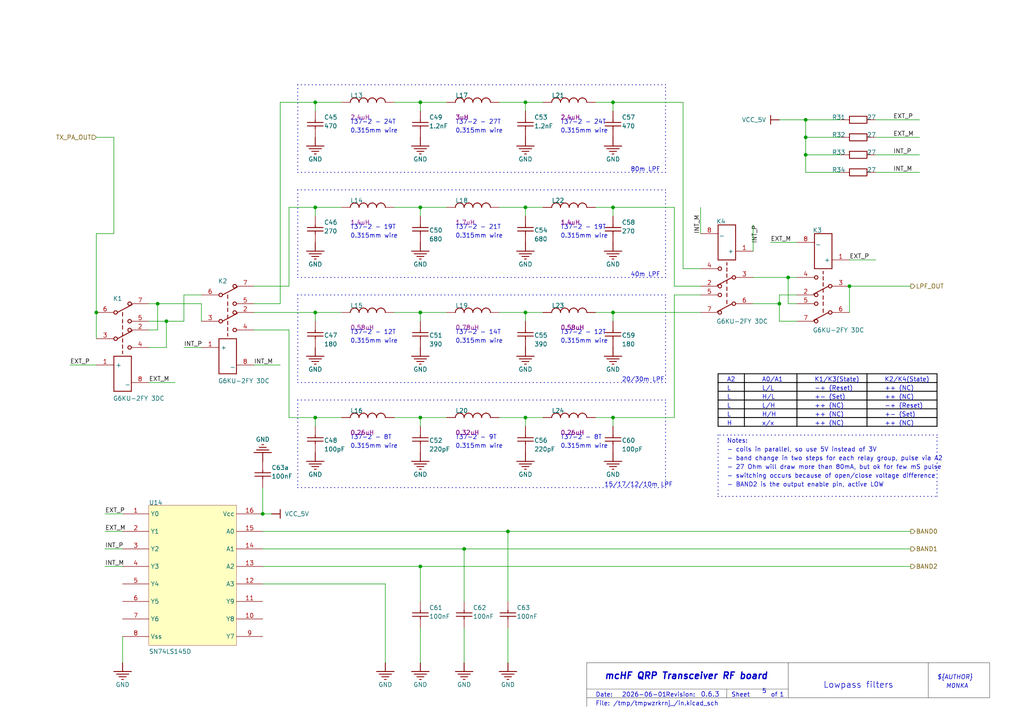
<source format=kicad_sch>
(kicad_sch (version 20231120) (generator "eeschema") (generator_version "8.0")
  (paper "A4")
  (title_block (title "mcHF QRP Transceiver RF board") (rev "0.6.3") (company "M0NKA"))
  (lib_symbols
    (symbol "rf_main-altium-import:GND_POWER_GROUND" (power)
      (property "Reference" "#PWR" (at 0 0 0))
      (property "Value" "GND" (at 0 6.35 0))
      (symbol "GND_POWER_GROUND_0_0"
        (polyline (pts (xy -2.54 -2.54) (xy 2.54 -2.54)) (stroke (width 0.254)))
        (polyline (pts (xy -1.778 -3.302) (xy 1.778 -3.302)) (stroke (width 0.254)))
        (polyline (pts (xy -1.016 -4.064) (xy 1.016 -4.064)) (stroke (width 0.254)))
        (polyline (pts (xy -0.254 -4.826) (xy 0.254 -4.826)) (stroke (width 0.254)))
        (polyline (pts (xy 0 0) (xy 0 -2.54)) (stroke (width 0.254)))
        (pin power_in line (at 0 0 0) (length 0) hide (name "GND") (number ""))
      )
    )
    (symbol "rf_main-altium-import:Lowpass filters_0_CAP"
      (symbol "Lowpass filters_0_CAP_1_0"
        (polyline (pts (xy 0.254 -1.778) (xy 4.826 -1.778)) (stroke (width 0.254)))
        (polyline (pts (xy 0.254 -0.762) (xy 4.826 -0.762)) (stroke (width 0.254)))
        (polyline (pts (xy 2.54 -1.778) (xy 2.54 -2.54)) (stroke (width 0.254)))
        (polyline (pts (xy 2.54 0) (xy 2.54 -0.762)) (stroke (width 0.254)))
        (pin passive line (at 2.54 2.54 270) (length 2.54) (name "1") (number "1"))
        (pin passive line (at 2.54 -5.08 90) (length 2.54) (name "2") (number "2"))
      )
    )
    (symbol "rf_main-altium-import:Lowpass filters_0_G6KU-2FY 3DC"
      (symbol "Lowpass filters_0_G6KU-2FY 3DC_1_0"
        (polyline (pts (xy 0 -25.4) (xy 5.08 -25.4)) (stroke (width 0.254)))
        (polyline (pts (xy 0 -15.24) (xy 0 -25.4)) (stroke (width 0.254)))
        (polyline (pts (xy 0 -15.24) (xy 5.08 -15.24)) (stroke (width 0.254)))
        (polyline (pts (xy 1.016 -10.16) (xy 5.334 -7.874)) (stroke (width 0.254)))
        (polyline (pts (xy 1.016 -2.54) (xy 5.334 -0.254)) (stroke (width 0.254)))
        (polyline (pts (xy 2.54 -13.716) (xy 2.54 -14.478)) (stroke (width 0.254)))
        (polyline (pts (xy 2.54 -11.938) (xy 2.54 -12.954)) (stroke (width 0.254)))
        (polyline (pts (xy 2.54 -10.16) (xy 2.54 -11.176)) (stroke (width 0.254)))
        (polyline (pts (xy 2.54 -8.382) (xy 2.54 -9.398)) (stroke (width 0.254)))
        (polyline (pts (xy 2.54 -6.35) (xy 2.54 -7.366)) (stroke (width 0.254)))
        (polyline (pts (xy 2.54 -4.572) (xy 2.54 -5.588)) (stroke (width 0.254)))
        (polyline (pts (xy 2.54 -2.54) (xy 2.54 -3.556)) (stroke (width 0.254)))
        (polyline (pts (xy 5.08 -15.24) (xy 5.08 -25.4)) (stroke (width 0.254)))
        (circle (center 0.508 -10.16) (radius 0.508) (stroke (width 0.254)))
        (circle (center 0.508 -2.54) (radius 0.508) (stroke (width 0.254)))
        (circle (center 4.572 -12.7) (radius 0.508) (stroke (width 0.254)))
        (circle (center 4.572 -7.62) (radius 0.508) (stroke (width 0.254)))
        (circle (center 4.572 -5.08) (radius 0.508) (stroke (width 0.254)))
        (circle (center 4.572 0) (radius 0.508) (stroke (width 0.254)))
        (pin passive line (at -5.08 -17.78 0) (length 5.08) (name "+") (number "1"))
        (pin passive line (at 10.16 -7.62 180) (length 5.08) (name "2") (number "2"))
        (pin passive line (at -5.08 -10.16 0) (length 5.08) (name "3") (number "3"))
        (pin passive line (at 10.16 -12.7 180) (length 5.08) (name "4") (number "4"))
        (pin passive line (at 10.16 -5.08 180) (length 5.08) (name "5") (number "5"))
        (pin passive line (at -5.08 -2.54 0) (length 5.08) (name "6") (number "6"))
        (pin passive line (at 10.16 0 180) (length 5.08) (name "7") (number "7"))
        (pin passive line (at 10.16 -22.86 180) (length 5.08) (name "_") (number "8"))
      )
    )
    (symbol "rf_main-altium-import:Lowpass filters_0_LPF_IND"
      (symbol "Lowpass filters_0_LPF_IND_1_0"
        (arc (start 1.27 -1.27) (mid 0.372 -1.642) (end 0 -2.54) (stroke (width 0.254)))
        (arc (start 2.54 -2.54) (mid 2.168 -1.642) (end 1.27 -1.27) (stroke (width 0.254)))
        (arc (start 3.81 -1.27) (mid 2.912 -1.642) (end 2.54 -2.54) (stroke (width 0.254)))
        (arc (start 5.08 -2.54) (mid 4.708 -1.642) (end 3.81 -1.27) (stroke (width 0.254)))
        (arc (start 6.35 -1.27) (mid 5.452 -1.642) (end 5.08 -2.54) (stroke (width 0.254)))
        (arc (start 7.62 -2.54) (mid 7.248 -1.642) (end 6.35 -1.27) (stroke (width 0.254)))
        (arc (start 8.89 -1.27) (mid 7.992 -1.642) (end 7.62 -2.54) (stroke (width 0.254)))
        (arc (start 10.16 -2.54) (mid 9.788 -1.642) (end 8.89 -1.27) (stroke (width 0.254)))
        (pin passive line (at -2.54 -2.54 0) (length 2.54) (name "1") (number "1"))
        (pin passive line (at 12.7 -2.54 180) (length 2.54) (name "2") (number "2"))
      )
    )
    (symbol "rf_main-altium-import:Lowpass filters_0_SN74LS145D"
      (symbol "Lowpass filters_0_SN74LS145D_1_0"
        (rectangle (start 12.7 17.78) (end -12.7 -22.86) (stroke (width 0.0254) (color 128 0 0 1)) (fill (type background)))
        (pin output line (at -20.32 15.24 0) (length 7.62) (name "Y0") (number "1"))
        (pin output line (at 20.32 -15.24 180) (length 7.62) (name "Y8") (number "10"))
        (pin output line (at 20.32 -10.16 180) (length 7.62) (name "Y9") (number "11"))
        (pin input line (at 20.32 -5.08 180) (length 7.62) (name "A3") (number "12"))
        (pin input line (at 20.32 0 180) (length 7.62) (name "A2") (number "13"))
        (pin input line (at 20.32 5.08 180) (length 7.62) (name "A1") (number "14"))
        (pin input line (at 20.32 10.16 180) (length 7.62) (name "A0") (number "15"))
        (pin power_in line (at 20.32 15.24 180) (length 7.62) (name "Vcc") (number "16"))
        (pin output line (at -20.32 10.16 0) (length 7.62) (name "Y1") (number "2"))
        (pin output line (at -20.32 5.08 0) (length 7.62) (name "Y2") (number "3"))
        (pin output line (at -20.32 0 0) (length 7.62) (name "Y3") (number "4"))
        (pin output line (at -20.32 -5.08 0) (length 7.62) (name "Y4") (number "5"))
        (pin output line (at -20.32 -10.16 0) (length 7.62) (name "Y5") (number "6"))
        (pin output line (at -20.32 -15.24 0) (length 7.62) (name "Y6") (number "7"))
        (pin power_in line (at -20.32 -20.32 0) (length 7.62) (name "Vss") (number "8"))
        (pin output line (at 20.32 -20.32 180) (length 7.62) (name "Y7") (number "9"))
      )
    )
    (symbol "rf_main-altium-import:Lowpass filters_2_CAP"
      (symbol "Lowpass filters_2_CAP_1_0"
        (polyline (pts (xy -2.54 0) (xy -2.54 0.762)) (stroke (width 0.254)))
        (polyline (pts (xy -2.54 1.778) (xy -2.54 2.54)) (stroke (width 0.254)))
        (polyline (pts (xy -0.254 0.762) (xy -4.826 0.762)) (stroke (width 0.254)))
        (polyline (pts (xy -0.254 1.778) (xy -4.826 1.778)) (stroke (width 0.254)))
        (pin passive line (at -2.54 -2.54 90) (length 2.54) (name "1") (number "1"))
        (pin passive line (at -2.54 5.08 270) (length 2.54) (name "2") (number "2"))
      )
    )
    (symbol "rf_main-altium-import:Lowpass filters_2_G6KU-2FY 3DC"
      (symbol "Lowpass filters_2_G6KU-2FY 3DC_1_0"
        (circle (center -4.572 0) (radius 0.508) (stroke (width 0.254)))
        (circle (center -4.572 5.08) (radius 0.508) (stroke (width 0.254)))
        (circle (center -4.572 7.62) (radius 0.508) (stroke (width 0.254)))
        (circle (center -4.572 12.7) (radius 0.508) (stroke (width 0.254)))
        (circle (center -0.508 2.54) (radius 0.508) (stroke (width 0.254)))
        (circle (center -0.508 10.16) (radius 0.508) (stroke (width 0.254)))
        (polyline (pts (xy -5.08 15.24) (xy -5.08 25.4)) (stroke (width 0.254)))
        (polyline (pts (xy -2.54 2.54) (xy -2.54 3.556)) (stroke (width 0.254)))
        (polyline (pts (xy -2.54 4.572) (xy -2.54 5.588)) (stroke (width 0.254)))
        (polyline (pts (xy -2.54 6.35) (xy -2.54 7.366)) (stroke (width 0.254)))
        (polyline (pts (xy -2.54 8.382) (xy -2.54 9.398)) (stroke (width 0.254)))
        (polyline (pts (xy -2.54 10.16) (xy -2.54 11.176)) (stroke (width 0.254)))
        (polyline (pts (xy -2.54 11.938) (xy -2.54 12.954)) (stroke (width 0.254)))
        (polyline (pts (xy -2.54 13.716) (xy -2.54 14.478)) (stroke (width 0.254)))
        (polyline (pts (xy -1.016 2.54) (xy -5.334 0.254)) (stroke (width 0.254)))
        (polyline (pts (xy -1.016 10.16) (xy -5.334 7.874)) (stroke (width 0.254)))
        (polyline (pts (xy 0 15.24) (xy -5.08 15.24)) (stroke (width 0.254)))
        (polyline (pts (xy 0 15.24) (xy 0 25.4)) (stroke (width 0.254)))
        (polyline (pts (xy 0 25.4) (xy -5.08 25.4)) (stroke (width 0.254)))
        (pin passive line (at 5.08 17.78 180) (length 5.08) (name "+") (number "1"))
        (pin passive line (at -10.16 7.62 0) (length 5.08) (name "2") (number "2"))
        (pin passive line (at 5.08 10.16 180) (length 5.08) (name "3") (number "3"))
        (pin passive line (at -10.16 12.7 0) (length 5.08) (name "4") (number "4"))
        (pin passive line (at -10.16 5.08 0) (length 5.08) (name "5") (number "5"))
        (pin passive line (at 5.08 2.54 180) (length 5.08) (name "6") (number "6"))
        (pin passive line (at -10.16 0 0) (length 5.08) (name "7") (number "7"))
        (pin passive line (at -10.16 22.86 0) (length 5.08) (name "_") (number "8"))
      )
    )
    (symbol "rf_main-altium-import:Lowpass filters_2_RES_0"
      (symbol "Lowpass filters_2_RES_0_1_0"
        (rectangle (start 0 3.556) (end -5.08 1.524) (stroke (width 0.254)))
        (pin passive line (at 2.54 2.54 180) (length 2.54) (name "1") (number "1"))
        (pin passive line (at -7.62 2.54 0) (length 2.54) (name "2") (number "2"))
      )
    )
    (symbol "rf_main-altium-import:VCC_5V_BAR" (power)
      (property "Reference" "#PWR" (at 0 0 0))
      (property "Value" "VCC_5V" (at 0 3.81 0))
      (symbol "VCC_5V_BAR_0_0"
        (polyline (pts (xy -1.27 -2.54) (xy 1.27 -2.54)) (stroke (width 0.254)))
        (polyline (pts (xy 0 0) (xy 0 -2.54)) (stroke (width 0.254)))
        (pin power_in line (at 0 0 0) (length 0) hide (name "VCC_5V") (number ""))
      )
    )
  )
  (junction (at 91.44 121.1072))
  (junction (at 121.92 60.1472))
  (junction (at 91.44 29.6672))
  (junction (at 121.92 121.1072))
  (junction (at 177.8 90.6272))
  (junction (at 45.72 88.0872))
  (junction (at 233.68 39.8272))
  (junction (at 134.62 159.2072))
  (junction (at 76.2 149.0472))
  (junction (at 152.4 29.6672))
  (junction (at 246.38 83.0072))
  (junction (at 48.26 93.1672))
  (junction (at 121.92 29.6672))
  (junction (at 177.8 121.1072))
  (junction (at 91.44 60.1472))
  (junction (at 121.92 164.2872))
  (junction (at 147.32 154.1272))
  (junction (at 152.4 60.1472))
  (junction (at 91.44 90.6272))
  (junction (at 226.06 88.0872))
  (junction (at 177.8 60.1472))
  (junction (at 177.8 29.6672))
  (junction (at 233.68 34.7472))
  (junction (at 121.92 90.6272))
  (junction (at 152.4 90.6272))
  (junction (at 228.6 80.4672))
  (junction (at 233.68 44.9072))
  (junction (at 152.4 121.1072))
  (junction (at 27.94 90.6272))
  (wire (pts (xy 233.68 44.9072) (xy 243.84 44.9072)))
  (wire (pts (xy 228.6 88.0872) (xy 231.14 88.0872)))
  (wire (pts (xy 172.72 29.6672) (xy 177.8 29.6672)))
  (wire (pts (xy 111.76 169.3672) (xy 111.76 192.2272)))
  (wire (pts (xy 203.2 83.0072) (xy 195.58 83.0072)))
  (wire (pts (xy 48.26 93.1672) (xy 53.34 93.1672)))
  (polyline (pts (xy 86.36 49.9872) (xy 193.04 49.9872)) (stroke (width 0.254) (type dot) (color 0 0 180 1)))
  (wire (pts (xy 76.2 154.1272) (xy 147.32 154.1272)))
  (wire (pts (xy 233.68 34.7472) (xy 233.68 39.8272)))
  (wire (pts (xy 73.66 105.8672) (xy 81.28 105.8672)))
  (wire (pts (xy 226.06 34.7472) (xy 233.68 34.7472)))
  (wire (pts (xy 58.42 88.0872) (xy 58.42 93.1672)))
  (polyline (pts (xy 208.28 143.9672) (xy 271.78 143.9672)) (stroke (width 0.254) (type dot) (color 0 0 180 1)))
  (polyline (pts (xy 251.46 108.4072) (xy 251.46 123.6472)) (stroke (width 0.254) (type solid) (color 0 0 0 1)))
  (wire (pts (xy 152.4 121.1072) (xy 152.4 123.6472)))
  (wire (pts (xy 121.92 192.2272) (xy 121.92 182.0672)))
  (wire (pts (xy 76.2 149.0472) (xy 76.2 141.4272)))
  (polyline (pts (xy 208.28 110.9472) (xy 271.78 110.9472)) (stroke (width 0.254) (type solid) (color 0 0 0 1)))
  (wire (pts (xy 233.68 39.8272) (xy 233.68 44.9072)))
  (wire (pts (xy 218.44 88.0872) (xy 226.06 88.0872)))
  (wire (pts (xy 91.44 29.6672) (xy 99.06 29.6672)))
  (wire (pts (xy 45.72 88.0872) (xy 58.42 88.0872)))
  (polyline (pts (xy 86.36 116.0272) (xy 86.36 141.4272)) (stroke (width 0.254) (type dot) (color 0 0 180 1)))
  (wire (pts (xy 121.92 60.1472) (xy 129.54 60.1472)))
  (wire (pts (xy 177.8 121.1072) (xy 177.8 123.6472)))
  (wire (pts (xy 195.58 85.5472) (xy 195.58 121.1072)))
  (polyline (pts (xy 208.28 126.1872) (xy 208.28 143.9672)) (stroke (width 0.254) (type dot) (color 0 0 180 1)))
  (wire (pts (xy 53.34 93.1672) (xy 53.34 85.5472)))
  (wire (pts (xy 246.38 83.0072) (xy 246.38 90.6272)))
  (polyline (pts (xy 208.28 118.5672) (xy 271.78 118.5672)) (stroke (width 0.254) (type solid) (color 0 0 0 1)))
  (wire (pts (xy 121.92 121.1072) (xy 129.54 121.1072)))
  (wire (pts (xy 73.66 90.6272) (xy 91.44 90.6272)))
  (wire (pts (xy 83.82 121.1072) (xy 91.44 121.1072)))
  (wire (pts (xy 114.3 90.6272) (xy 121.92 90.6272)))
  (wire (pts (xy 91.44 90.6272) (xy 99.06 90.6272)))
  (polyline (pts (xy 208.28 123.6472) (xy 208.28 110.9472)) (stroke (width 0.254) (type solid) (color 0 0 0 1)))
  (wire (pts (xy 144.78 121.1072) (xy 152.4 121.1072)))
  (wire (pts (xy 134.62 159.2072) (xy 264.16 159.2072)))
  (wire (pts (xy 121.92 29.6672) (xy 129.54 29.6672)))
  (wire (pts (xy 144.78 90.6272) (xy 152.4 90.6272)))
  (wire (pts (xy 147.32 154.1272) (xy 264.16 154.1272)))
  (polyline (pts (xy 208.28 116.0272) (xy 271.78 116.0272)) (stroke (width 0.254) (type solid) (color 0 0 0 1)))
  (wire (pts (xy 114.3 29.6672) (xy 121.92 29.6672)))
  (wire (pts (xy 91.44 121.1072) (xy 91.44 123.6472)))
  (wire (pts (xy 91.44 29.6672) (xy 91.44 32.2072)))
  (polyline (pts (xy 287.02 192.2272) (xy 170.18 192.2272)) (stroke (width 0.0254) (type solid) (color 0 0 0 1)))
  (wire (pts (xy 121.92 60.1472) (xy 121.92 62.6872)))
  (wire (pts (xy 152.4 90.6272) (xy 152.4 93.1672)))
  (wire (pts (xy 144.78 29.6672) (xy 152.4 29.6672)))
  (polyline (pts (xy 210.82 199.8472) (xy 210.82 202.3872)) (stroke (width 0.0254) (type solid) (color 0 0 0 1)))
  (polyline (pts (xy 193.04 49.9872) (xy 193.04 24.5872)) (stroke (width 0.254) (type dot) (color 0 0 180 1)))
  (wire (pts (xy 30.48 149.0472) (xy 35.56 149.0472)))
  (wire (pts (xy 53.34 100.7872) (xy 58.42 100.7872)))
  (wire (pts (xy 233.68 44.9072) (xy 233.68 49.9872)))
  (polyline (pts (xy 215.9 108.4072) (xy 215.9 123.6472)) (stroke (width 0.254) (type solid) (color 0 0 0 1)))
  (wire (pts (xy 152.4 29.6672) (xy 157.48 29.6672)))
  (wire (pts (xy 45.72 95.7072) (xy 45.72 88.0872)))
  (wire (pts (xy 27.94 105.8672) (xy 20.32 105.8672)))
  (wire (pts (xy 53.34 85.5472) (xy 58.42 85.5472)))
  (wire (pts (xy 121.92 121.1072) (xy 121.92 123.6472)))
  (polyline (pts (xy 170.18 199.8472) (xy 228.6 199.8472)) (stroke (width 0.0254) (type solid) (color 0 0 0 1)))
  (wire (pts (xy 198.12 77.9272) (xy 203.2 77.9272)))
  (wire (pts (xy 76.2 159.2072) (xy 134.62 159.2072)))
  (wire (pts (xy 254 34.7472) (xy 266.7 34.7472)))
  (wire (pts (xy 233.68 34.7472) (xy 243.84 34.7472)))
  (wire (pts (xy 144.78 60.1472) (xy 152.4 60.1472)))
  (wire (pts (xy 81.28 88.0872) (xy 81.28 29.6672)))
  (polyline (pts (xy 86.36 85.5472) (xy 86.36 110.9472)) (stroke (width 0.254) (type dot) (color 0 0 180 1)))
  (wire (pts (xy 35.56 184.6072) (xy 35.56 192.2272)))
  (polyline (pts (xy 86.36 24.5872) (xy 86.36 49.9872)) (stroke (width 0.254) (type dot) (color 0 0 180 1)))
  (wire (pts (xy 33.02 67.7672) (xy 27.94 67.7672)))
  (wire (pts (xy 134.62 174.4472) (xy 134.62 159.2072)))
  (wire (pts (xy 91.44 60.1472) (xy 83.82 60.1472)))
  (polyline (pts (xy 269.24 192.2272) (xy 269.24 202.3872)) (stroke (width 0.0254) (type solid) (color 0 0 0 1)))
  (wire (pts (xy 83.82 95.7072) (xy 83.82 121.1072)))
  (wire (pts (xy 43.18 110.9472) (xy 50.8 110.9472)))
  (wire (pts (xy 121.92 174.4472) (xy 121.92 164.2872)))
  (wire (pts (xy 195.58 121.1072) (xy 177.8 121.1072)))
  (polyline (pts (xy 231.14 108.4072) (xy 231.14 123.6472)) (stroke (width 0.254) (type solid) (color 0 0 0 1)))
  (wire (pts (xy 152.4 90.6272) (xy 157.48 90.6272)))
  (polyline (pts (xy 86.36 110.9472) (xy 193.04 110.9472)) (stroke (width 0.254) (type dot) (color 0 0 180 1)))
  (polyline (pts (xy 193.04 141.4272) (xy 193.04 116.0272)) (stroke (width 0.254) (type dot) (color 0 0 180 1)))
  (wire (pts (xy 83.82 83.0072) (xy 73.66 83.0072)))
  (wire (pts (xy 254 44.9072) (xy 266.7 44.9072)))
  (wire (pts (xy 83.82 60.1472) (xy 83.82 83.0072)))
  (wire (pts (xy 99.06 60.1472) (xy 91.44 60.1472)))
  (wire (pts (xy 195.58 60.1472) (xy 177.8 60.1472)))
  (wire (pts (xy 203.2 67.7672) (xy 203.2 60.1472)))
  (polyline (pts (xy 208.28 108.4072) (xy 271.78 108.4072)) (stroke (width 0.254) (type solid) (color 0 0 0 1)))
  (polyline (pts (xy 228.6 192.2272) (xy 228.6 202.3872)) (stroke (width 0.0254) (type solid) (color 0 0 0 1)))
  (wire (pts (xy 91.44 60.1472) (xy 91.44 62.6872)))
  (polyline (pts (xy 86.36 55.0672) (xy 86.36 80.4672)) (stroke (width 0.254) (type dot) (color 0 0 180 1)))
  (polyline (pts (xy 86.36 141.4272) (xy 193.04 141.4272)) (stroke (width 0.254) (type dot) (color 0 0 180 1)))
  (polyline (pts (xy 271.78 123.6472) (xy 208.28 123.6472)) (stroke (width 0.254) (type solid) (color 0 0 0 1)))
  (wire (pts (xy 147.32 174.4472) (xy 147.32 154.1272)))
  (wire (pts (xy 152.4 60.1472) (xy 152.4 62.6872)))
  (wire (pts (xy 172.72 121.1072) (xy 177.8 121.1072)))
  (polyline (pts (xy 261.62 202.3872) (xy 170.18 202.3872)) (stroke (width 0.0254) (type solid) (color 0 0 0 1)))
  (wire (pts (xy 27.94 67.7672) (xy 27.94 90.6272)))
  (wire (pts (xy 30.48 159.2072) (xy 35.56 159.2072)))
  (wire (pts (xy 73.66 95.7072) (xy 83.82 95.7072)))
  (wire (pts (xy 27.94 39.8272) (xy 33.02 39.8272)))
  (wire (pts (xy 203.2 85.5472) (xy 195.58 85.5472)))
  (wire (pts (xy 264.16 83.0072) (xy 246.38 83.0072)))
  (wire (pts (xy 152.4 121.1072) (xy 157.48 121.1072)))
  (polyline (pts (xy 261.62 202.3872) (xy 287.02 202.3872)) (stroke (width 0.0254) (type solid) (color 0 0 0 1)))
  (wire (pts (xy 30.48 154.1272) (xy 35.56 154.1272)))
  (polyline (pts (xy 193.04 55.0672) (xy 86.36 55.0672)) (stroke (width 0.254) (type dot) (color 0 0 180 1)))
  (wire (pts (xy 33.02 39.8272) (xy 33.02 67.7672)))
  (wire (pts (xy 121.92 164.2872) (xy 264.16 164.2872)))
  (polyline (pts (xy 170.18 192.2272) (xy 170.18 204.9272)) (stroke (width 0.0254) (type solid) (color 0 0 0 1)))
  (wire (pts (xy 152.4 29.6672) (xy 152.4 32.2072)))
  (wire (pts (xy 218.44 72.8472) (xy 218.44 65.2272)))
  (polyline (pts (xy 193.04 24.5872) (xy 86.36 24.5872)) (stroke (width 0.254) (type dot) (color 0 0 180 1)))
  (wire (pts (xy 76.2 169.3672) (xy 111.76 169.3672)))
  (wire (pts (xy 43.18 88.0872) (xy 45.72 88.0872)))
  (wire (pts (xy 218.44 80.4672) (xy 228.6 80.4672)))
  (wire (pts (xy 81.28 29.6672) (xy 91.44 29.6672)))
  (wire (pts (xy 27.94 90.6272) (xy 27.94 98.2472)))
  (wire (pts (xy 177.8 29.6672) (xy 198.12 29.6672)))
  (wire (pts (xy 172.72 90.6272) (xy 177.8 90.6272)))
  (wire (pts (xy 226.06 85.5472) (xy 231.14 85.5472)))
  (wire (pts (xy 203.2 90.6272) (xy 177.8 90.6272)))
  (wire (pts (xy 223.52 70.3072) (xy 231.14 70.3072)))
  (wire (pts (xy 91.44 121.1072) (xy 99.06 121.1072)))
  (wire (pts (xy 121.92 90.6272) (xy 121.92 93.1672)))
  (wire (pts (xy 226.06 88.0872) (xy 226.06 85.5472)))
  (polyline (pts (xy 193.04 85.5472) (xy 86.36 85.5472)) (stroke (width 0.254) (type dot) (color 0 0 180 1)))
  (wire (pts (xy 177.8 29.6672) (xy 177.8 32.2072)))
  (wire (pts (xy 76.2 164.2872) (xy 121.92 164.2872)))
  (wire (pts (xy 177.8 60.1472) (xy 177.8 62.6872)))
  (wire (pts (xy 91.44 90.6272) (xy 91.44 93.1672)))
  (wire (pts (xy 121.92 90.6272) (xy 129.54 90.6272)))
  (polyline (pts (xy 193.04 110.9472) (xy 193.04 85.5472)) (stroke (width 0.254) (type dot) (color 0 0 180 1)))
  (polyline (pts (xy 193.04 80.4672) (xy 193.04 55.0672)) (stroke (width 0.254) (type dot) (color 0 0 180 1)))
  (wire (pts (xy 254 49.9872) (xy 266.7 49.9872)))
  (wire (pts (xy 114.3 60.1472) (xy 121.92 60.1472)))
  (wire (pts (xy 43.18 95.7072) (xy 45.72 95.7072)))
  (wire (pts (xy 78.74 149.0472) (xy 76.2 149.0472)))
  (polyline (pts (xy 287.02 202.3872) (xy 287.02 192.2272)) (stroke (width 0.0254) (type solid) (color 0 0 0 1)))
  (wire (pts (xy 228.6 80.4672) (xy 228.6 88.0872)))
  (polyline (pts (xy 208.28 110.9472) (xy 208.28 108.4072)) (stroke (width 0.254) (type solid) (color 0 0 0 1)))
  (polyline (pts (xy 271.78 108.4072) (xy 271.78 123.6472)) (stroke (width 0.254) (type solid) (color 0 0 0 1)))
  (wire (pts (xy 114.3 121.1072) (xy 121.92 121.1072)))
  (wire (pts (xy 226.06 88.0872) (xy 226.06 93.1672)))
  (polyline (pts (xy 271.78 126.1872) (xy 208.28 126.1872)) (stroke (width 0.254) (type dot) (color 0 0 180 1)))
  (wire (pts (xy 48.26 100.7872) (xy 48.26 93.1672)))
  (wire (pts (xy 152.4 60.1472) (xy 157.48 60.1472)))
  (wire (pts (xy 30.48 164.2872) (xy 35.56 164.2872)))
  (wire (pts (xy 228.6 80.4672) (xy 231.14 80.4672)))
  (wire (pts (xy 172.72 60.1472) (xy 177.8 60.1472)))
  (wire (pts (xy 121.92 29.6672) (xy 121.92 32.2072)))
  (wire (pts (xy 43.18 93.1672) (xy 48.26 93.1672)))
  (polyline (pts (xy 208.28 113.4872) (xy 271.78 113.4872)) (stroke (width 0.254) (type solid) (color 0 0 0 1)))
  (wire (pts (xy 195.58 83.0072) (xy 195.58 60.1472)))
  (wire (pts (xy 226.06 93.1672) (xy 231.14 93.1672)))
  (wire (pts (xy 198.12 29.6672) (xy 198.12 77.9272)))
  (wire (pts (xy 233.68 49.9872) (xy 243.84 49.9872)))
  (wire (pts (xy 134.62 192.2272) (xy 134.62 182.0672)))
  (wire (pts (xy 147.32 192.2272) (xy 147.32 182.0672)))
  (polyline (pts (xy 271.78 143.9672) (xy 271.78 126.1872)) (stroke (width 0.254) (type dot) (color 0 0 180 1)))
  (polyline (pts (xy 86.36 80.4672) (xy 193.04 80.4672)) (stroke (width 0.254) (type dot) (color 0 0 180 1)))
  (wire (pts (xy 177.8 90.6272) (xy 177.8 93.1672)))
  (wire (pts (xy 73.66 88.0872) (xy 81.28 88.0872)))
  (wire (pts (xy 246.38 75.3872) (xy 254 75.3872)))
  (wire (pts (xy 43.18 100.7872) (xy 48.26 100.7872)))
  (polyline (pts (xy 193.04 116.0272) (xy 86.36 116.0272)) (stroke (width 0.254) (type dot) (color 0 0 180 1)))
  (wire (pts (xy 254 39.8272) (xy 266.7 39.8272)))
  (wire (pts (xy 233.68 39.8272) (xy 243.84 39.8272)))
  (polyline (pts (xy 208.28 121.1072) (xy 271.78 121.1072)) (stroke (width 0.254) (type solid) (color 0 0 0 1)))
  (text "20/30m LPF" (at 180.34 110.9472 0) (effects (font (size 1.27 1.27)) (justify left bottom)))
  (text "H" (at 210.82 123.6472 0) (effects (font (size 1.27 1.27)) (justify left bottom)))
  (text "T37-2 - 12T" (at 162.56 95.7072 0) (effects (font (size 1.27 1.27)) (justify left top)))
  (text "0.315mm wire" (at 132.08 128.7272 0) (effects (font (size 1.27 1.27)) (justify left top)))
  (text "++ (NC)" (at 236.22 121.1072 0) (effects (font (size 1.27 1.27)) (justify left bottom)))
  (text "0.315mm wire" (at 132.08 37.2872 0) (effects (font (size 1.27 1.27)) (justify left top)))
  (text "- switching occurs because of open/close voltage difference" (at 210.82 138.8872 0) (effects (font (size 1.27 1.27)) (justify left bottom)))
  (text "++ (NC)" (at 236.22 123.6472 0) (effects (font (size 1.27 1.27)) (justify left bottom)))
  (text "L" (at 210.82 118.5672 0) (effects (font (size 1.27 1.27)) (justify left bottom)))
  (text "T37-2 - 24T" (at 162.56 34.7472 0) (effects (font (size 1.27 1.27)) (justify left top)))
  (text "${COMPANY}" (at 274.32 199.8472 0) (effects (font (size 1.27 1.27) (italic yes)) (justify left bottom)))
  (text "Lowpass filters" (at 238.76 199.8472 0) (effects (font (size 1.778 1.778)) (justify left bottom)))
  (text "0.315mm wire" (at 162.56 37.2872 0) (effects (font (size 1.27 1.27)) (justify left top)))
  (text "0.315mm wire" (at 101.6 98.2472 0) (effects (font (size 1.27 1.27)) (justify left top)))
  (text "80m LPF" (at 182.88 49.9872 0) (effects (font (size 1.27 1.27)) (justify left bottom)))
  (text "0.315mm wire" (at 162.56 98.2472 0) (effects (font (size 1.27 1.27)) (justify left top)))
  (text "15/17/12/10m LPF" (at 175.26 141.4272 0) (effects (font (size 1.27 1.27)) (justify left bottom)))
  (text "T37-2 - 8T" (at 162.56 126.1872 0) (effects (font (size 1.27 1.27)) (justify left top)))
  (text "L" (at 210.82 113.4872 0) (effects (font (size 1.27 1.27)) (justify left bottom)))
  (text "${CURRENT_DATE}" (at 180.34 202.3872 0) (effects (font (size 1.27 1.27)) (justify left bottom)))
  (text "Date:" (at 172.72 202.3872 0) (effects (font (size 1.27 1.27)) (justify left bottom)))
  (text "-+ (Reset)" (at 236.22 113.4872 0) (effects (font (size 1.27 1.27)) (justify left bottom)))
  (text "Notes:" (at 210.82 128.7272 0) (effects (font (size 1.27 1.27)) (justify left bottom)))
  (text "5" (at 220.98 199.8472 0) (effects (font (size 1.27 1.27)) (justify left top)))
  (text "A2" (at 210.82 110.9472 0) (effects (font (size 1.27 1.27)) (justify left bottom)))
  (text "0.315mm wire" (at 101.6 128.7272 0) (effects (font (size 1.27 1.27)) (justify left top)))
  (text "T37-2 - 27T" (at 132.08 34.7472 0) (effects (font (size 1.27 1.27)) (justify left top)))
  (text "Sheet" (at 212.09 202.3872 0) (effects (font (size 1.27 1.27)) (justify left bottom)))
  (text "Revision:" (at 193.04 202.3872 0) (effects (font (size 1.27 1.27)) (justify left bottom)))
  (text "T37-2 - 9T" (at 132.08 126.1872 0) (effects (font (size 1.27 1.27)) (justify left top)))
  (text "++ (NC)" (at 256.54 123.6472 0) (effects (font (size 1.27 1.27)) (justify left bottom)))
  (text "K2/K4(State)" (at 256.54 110.9472 0) (effects (font (size 1.27 1.27)) (justify left bottom)))
  (text "L" (at 210.82 121.1072 0) (effects (font (size 1.27 1.27)) (justify left bottom)))
  (text "0.315mm wire" (at 162.56 128.7272 0) (effects (font (size 1.27 1.27)) (justify left top)))
  (text "-+ (Reset)" (at 256.54 118.5672 0) (effects (font (size 1.27 1.27)) (justify left bottom)))
  (text "K1/K3(State)" (at 236.22 110.9472 0) (effects (font (size 1.27 1.27)) (justify left bottom)))
  (text "++ (NC)" (at 236.22 118.5672 0) (effects (font (size 1.27 1.27)) (justify left bottom)))
  (text "${TITLE}" (at 175.26 197.3072 0) (effects (font (size 1.905 1.905) (thickness 0.381) (bold yes) (italic yes)) (justify left bottom)))
  (text "T37-2 - 8T" (at 101.6 126.1872 0) (effects (font (size 1.27 1.27)) (justify left top)))
  (text "+- (Set)" (at 256.54 121.1072 0) (effects (font (size 1.27 1.27)) (justify left bottom)))
  (text "x/x" (at 220.98 123.6472 0) (effects (font (size 1.27 1.27)) (justify left bottom)))
  (text "T37-2 - 21T" (at 132.08 65.2272 0) (effects (font (size 1.27 1.27)) (justify left top)))
  (text "- BAND2 is the output enable pin, active LOW" (at 210.82 141.4272 0) (effects (font (size 1.27 1.27)) (justify left bottom)))
  (text "T37-2 - 24T" (at 101.6 34.7472 0) (effects (font (size 1.27 1.27)) (justify left top)))
  (text "40m LPF" (at 182.88 80.4672 0) (effects (font (size 1.27 1.27)) (justify left bottom)))
  (text "${AUTHOR}" (at 271.78 197.3072 0) (effects (font (size 1.27 1.27) (italic yes)) (justify left bottom)))
  (text "of" (at 223.52 202.3872 0) (effects (font (size 1.27 1.27)) (justify left bottom)))
  (text "${FILEPATH}" (at 177.8 204.9272 0) (effects (font (size 1.27 1.27)) (justify left bottom)))
  (text "T37-2 - 14T" (at 132.08 95.7072 0) (effects (font (size 1.27 1.27)) (justify left top)))
  (text "0.315mm wire" (at 162.56 67.7672 0) (effects (font (size 1.27 1.27)) (justify left top)))
  (text "0.315mm wire" (at 101.6 67.7672 0) (effects (font (size 1.27 1.27)) (justify left top)))
  (text "++ (NC)" (at 256.54 113.4872 0) (effects (font (size 1.27 1.27)) (justify left bottom)))
  (text "H/L" (at 220.98 116.0272 0) (effects (font (size 1.27 1.27)) (justify left bottom)))
  (text "L/L" (at 220.98 113.4872 0) (effects (font (size 1.27 1.27)) (justify left bottom)))
  (text "+- (Set)" (at 236.22 116.0272 0) (effects (font (size 1.27 1.27)) (justify left bottom)))
  (text "- coils in parallel, so use 5V instead of 3V" (at 210.82 131.2672 0) (effects (font (size 1.27 1.27)) (justify left bottom)))
  (text "0.315mm wire" (at 132.08 98.2472 0) (effects (font (size 1.27 1.27)) (justify left top)))
  (text "${##}" (at 226.06 202.3872 0) (effects (font (size 1.27 1.27)) (justify left bottom)))
  (text "++ (NC)" (at 256.54 116.0272 0) (effects (font (size 1.27 1.27)) (justify left bottom)))
  (text "0.315mm wire" (at 101.6 37.2872 0) (effects (font (size 1.27 1.27)) (justify left top)))
  (text "T37-2 - 19T" (at 162.56 65.2272 0) (effects (font (size 1.27 1.27)) (justify left top)))
  (text "T37-2 - 19T" (at 101.6 65.2272 0) (effects (font (size 1.27 1.27)) (justify left top)))
  (text "A0/A1" (at 220.98 110.9472 0) (effects (font (size 1.27 1.27)) (justify left bottom)))
  (text "File:" (at 172.72 204.9272 0) (effects (font (size 1.27 1.27)) (justify left bottom)))
  (text "L" (at 210.82 116.0272 0) (effects (font (size 1.27 1.27)) (justify left bottom)))
  (text "0.315mm wire" (at 132.08 67.7672 0) (effects (font (size 1.27 1.27)) (justify left top)))
  (text "H/H" (at 220.98 121.1072 0) (effects (font (size 1.27 1.27)) (justify left bottom)))
  (text "L/H" (at 220.98 118.5672 0) (effects (font (size 1.27 1.27)) (justify left bottom)))
  (text "${REVISION}" (at 203.2 202.3872 0) (effects (font (size 1.397 1.397)) (justify left bottom)))
  (text "- 27 Ohm will draw more than 80mA, but ok for few mS pulse" (at 210.82 136.3472 0) (effects (font (size 1.27 1.27)) (justify left bottom)))
  (text "T37-2 - 12T" (at 101.6 95.7072 0) (effects (font (size 1.27 1.27)) (justify left top)))
  (text "- band change in two steps for each relay group, pulse via A2" (at 210.82 133.8072 0) (effects (font (size 1.27 1.27)) (justify left bottom)))
  (label "INT_P" (at 259.08 44.9072 0))
  (label "INT_P" (at 53.34 100.7872 0))
  (label "EXT_P" (at 259.08 34.7472 0))
  (label "EXT_P" (at 30.48 149.0472 0))
  (label "INT_P" (at 218.44 65.2272 270))
  (label "EXT_M" (at 223.52 70.3072 0))
  (label "INT_P" (at 30.48 159.2072 0))
  (label "EXT_M" (at 30.48 154.1272 0))
  (label "INT_M" (at 259.08 49.9872 0))
  (label "EXT_M" (at 43.18 110.9472 0))
  (label "INT_M" (at 203.2 67.7672 90))
  (label "EXT_P" (at 246.38 75.3872 0))
  (label "INT_M" (at 30.48 164.2872 0))
  (label "EXT_P" (at 20.32 105.8672 0))
  (label "EXT_M" (at 259.08 39.8272 0))
  (label "INT_M" (at 73.66 105.8672 0))
  (hierarchical_label "LPF_OUT" (shape output) (at 264.16 83.0072 0))
  (hierarchical_label "BAND2" (shape output) (at 264.16 164.2872 0))
  (hierarchical_label "TX_PA_OUT" (shape input) (at 27.94 39.8272 180))
  (hierarchical_label "BAND1" (shape output) (at 264.16 159.2072 0))
  (hierarchical_label "BAND0" (shape output) (at 264.16 154.1272 0))
  (symbol (lib_id "rf_main-altium-import:Lowpass filters_2_G6KU-2FY 3DC") (at 213.36 90.6272 0) (unit 1)
    (property "Reference" "K4" (at 207.772 64.9732 0) (effects (justify left bottom)))
    (property "Value" "G6KU-2FY 3DC" (at 207.772 93.9292 0) (effects (justify left bottom)))
    (property "Footprint" "Omron_2FY" (effects (hide yes)))
    (property "Description" "Single-winding Latching Relay" (effects (hide yes)))
    (property "ORDER" "FN 118-1070" (effects (hide yes)))
    (property "PRICE" "2.19" (effects (hide yes)))
  )
  (symbol (lib_id "rf_main-altium-import:GND_POWER_GROUND") (at 134.62 192.2272 0) (unit 1)
    (property "Reference" "#PWR?" (effects (hide yes)))
    (property "Value" "GND" (at 134.62 198.5772 0))
  )
  (symbol (lib_id "rf_main-altium-import:GND_POWER_GROUND") (at 152.4 131.2672 0) (unit 1)
    (property "Reference" "#PWR?" (effects (hide yes)))
    (property "Value" "GND" (at 152.4 137.6172 0))
  )
  (symbol (lib_id "rf_main-altium-import:GND_POWER_GROUND") (at 91.44 70.3072 0) (unit 1)
    (property "Reference" "#PWR?" (effects (hide yes)))
    (property "Value" "GND" (at 91.44 76.6572 0))
  )
  (symbol (lib_id "rf_main-altium-import:Lowpass filters_0_SN74LS145D") (at 55.88 164.2872 0) (unit 1)
    (property "Reference" "U14" (at 43.18 146.5072 0) (effects (justify left bottom)))
    (property "Value" "SN74LS145D" (at 43.18 189.6872 0) (effects (justify left bottom)))
    (property "Footprint" "SO-16-Pro" (effects (hide yes)))
    (property "Description" "BCD DECODER/DRIVER" (effects (hide yes)))
    (property "ORDER" "FN 959-2300" (effects (hide yes)))
    (property "PRICE" "1.22" (effects (hide yes)))
  )
  (symbol (lib_id "rf_main-altium-import:Lowpass filters_2_CAP") (at 154.94 98.2472 0) (unit 1)
    (property "Reference" "C55" (at 154.94 97.9932 0) (effects (justify left bottom)))
    (property "Value" "390" (at 154.94 100.5332 0) (effects (justify left bottom)))
    (property "Footprint" "0805-Pro" (effects (hide yes)))
    (property "Description" "Capacitor" (effects (hide yes)))
    (property "PRICE" "0.078" (effects (hide yes)))
    (property "ORDER" "FN 233-2701" (effects (hide yes)))
    (property "QT ORDER" "QCC-00125" (effects (hide yes)))
  )
  (symbol (lib_id "rf_main-altium-import:Lowpass filters_0_LPF_IND") (at 160.02 88.0872 0) (unit 1)
    (property "Reference" "L23" (at 160.02 89.3572 0) (effects (justify left bottom)))
    (property "Value" "T37-2" (effects (hide yes)))
    (property "Footprint" "LPF_IND" (effects (hide yes)))
    (property "Description" "T37-2 handwound inductor" (effects (hide yes)))
    (property "ORDER" "EB 400348182316" (effects (hide yes)))
    (property "PRICE" "0.20" (effects (hide yes)))
    (property "INDUCTANCE" "0.58uH" (at 162.56 95.7072 0) (effects (justify left bottom)))
  )
  (symbol (lib_id "rf_main-altium-import:Lowpass filters_0_LPF_IND") (at 101.6 57.6072 0) (unit 1)
    (property "Reference" "L14" (at 101.6 58.8772 0) (effects (justify left bottom)))
    (property "Value" "T37-2" (effects (hide yes)))
    (property "Footprint" "LPF_IND" (effects (hide yes)))
    (property "Description" "T37-2 handwound inductor" (effects (hide yes)))
    (property "ORDER" "EB 400348182316" (effects (hide yes)))
    (property "PRICE" "0.20" (effects (hide yes)))
    (property "INDUCTANCE" "1.4uH" (at 101.6 65.2272 0) (effects (justify left bottom)))
  )
  (symbol (lib_id "rf_main-altium-import:Lowpass filters_0_G6KU-2FY 3DC") (at 33.02 88.0872 0) (unit 1)
    (property "Reference" "K1" (at 32.766 87.3252 0) (effects (justify left bottom)))
    (property "Value" "G6KU-2FY 3DC" (at 32.766 116.2812 0) (effects (justify left bottom)))
    (property "Footprint" "Omron_2FY" (effects (hide yes)))
    (property "Description" "Single-winding Latching Relay" (effects (hide yes)))
    (property "ORDER" "FN 118-1070" (effects (hide yes)))
    (property "PRICE" "2.19" (effects (hide yes)))
  )
  (symbol (lib_id "rf_main-altium-import:Lowpass filters_2_CAP") (at 124.46 98.2472 0) (unit 1)
    (property "Reference" "C51" (at 124.46 97.9932 0) (effects (justify left bottom)))
    (property "Value" "390" (at 124.46 100.5332 0) (effects (justify left bottom)))
    (property "Footprint" "0805-Pro" (effects (hide yes)))
    (property "Description" "Capacitor" (effects (hide yes)))
    (property "PRICE" "0.078" (effects (hide yes)))
    (property "ORDER" "FN 233-2701" (effects (hide yes)))
    (property "QT ORDER" "QCC-00125" (effects (hide yes)))
  )
  (symbol (lib_id "rf_main-altium-import:Lowpass filters_2_CAP") (at 180.34 128.7272 0) (unit 1)
    (property "Reference" "C60" (at 180.34 128.4732 0) (effects (justify left bottom)))
    (property "Value" "100pF" (at 180.34 131.0132 0) (effects (justify left bottom)))
    (property "Footprint" "0805-Pro" (effects (hide yes)))
    (property "Description" "Capacitor" (effects (hide yes)))
    (property "PRICE" "0.056" (effects (hide yes)))
    (property "ORDER" "FN 233-2692" (effects (hide yes)))
  )
  (symbol (lib_id "rf_main-altium-import:GND_POWER_GROUND") (at 121.92 100.7872 0) (unit 1)
    (property "Reference" "#PWR?" (effects (hide yes)))
    (property "Value" "GND" (at 121.92 107.1372 0))
  )
  (symbol (lib_id "rf_main-altium-import:Lowpass filters_0_LPF_IND") (at 160.02 27.1272 0) (unit 1)
    (property "Reference" "L21" (at 160.02 28.3972 0) (effects (justify left bottom)))
    (property "Value" "T37-2" (effects (hide yes)))
    (property "Footprint" "LPF_IND" (effects (hide yes)))
    (property "Description" "T37-2 handwound inductor" (effects (hide yes)))
    (property "ORDER" "EB 400348182316" (effects (hide yes)))
    (property "PRICE" "0.20" (effects (hide yes)))
    (property "INDUCTANCE" "2.4uH" (at 162.56 34.7472 0) (effects (justify left bottom)))
  )
  (symbol (lib_id "rf_main-altium-import:Lowpass filters_2_CAP") (at 124.46 67.7672 0) (unit 1)
    (property "Reference" "C50" (at 124.46 67.5132 0) (effects (justify left bottom)))
    (property "Value" "680" (at 124.46 70.0532 0) (effects (justify left bottom)))
    (property "Footprint" "0805-Pro" (effects (hide yes)))
    (property "Description" "Capacitor" (effects (hide yes)))
    (property "PRICE" "0.074" (effects (hide yes)))
    (property "ORDER" "FN 228-0662" (effects (hide yes)))
  )
  (symbol (lib_id "rf_main-altium-import:Lowpass filters_0_CAP") (at 88.9 34.7472 0) (unit 1)
    (property "Reference" "C45" (at 93.98 34.7472 0) (effects (justify left bottom)))
    (property "Value" "470" (at 93.98 37.2872 0) (effects (justify left bottom)))
    (property "Footprint" "0805-Pro" (effects (hide yes)))
    (property "Description" "Capacitor" (effects (hide yes)))
    (property "PRICE" "0.063" (effects (hide yes)))
    (property "ORDER" "FN 141-4693" (effects (hide yes)))
  )
  (symbol (lib_id "rf_main-altium-import:GND_POWER_GROUND") (at 152.4 70.3072 0) (unit 1)
    (property "Reference" "#PWR?" (effects (hide yes)))
    (property "Value" "GND" (at 152.4 76.6572 0))
  )
  (symbol (lib_id "rf_main-altium-import:GND_POWER_GROUND") (at 147.32 192.2272 0) (unit 1)
    (property "Reference" "#PWR?" (effects (hide yes)))
    (property "Value" "GND" (at 147.32 198.5772 0))
  )
  (symbol (lib_id "rf_main-altium-import:GND_POWER_GROUND") (at 121.92 70.3072 0) (unit 1)
    (property "Reference" "#PWR?" (effects (hide yes)))
    (property "Value" "GND" (at 121.92 76.6572 0))
  )
  (symbol (lib_id "rf_main-altium-import:GND_POWER_GROUND") (at 76.2 133.8072 180) (unit 1)
    (property "Reference" "#PWR?" (effects (hide yes)))
    (property "Value" "GND" (at 76.2 127.4572 0))
  )
  (symbol (lib_id "rf_main-altium-import:Lowpass filters_0_CAP") (at 149.86 34.7472 0) (unit 1)
    (property "Reference" "C53" (at 154.94 34.7472 0) (effects (justify left bottom)))
    (property "Value" "1.2nF" (at 154.94 37.2872 0) (effects (justify left bottom)))
    (property "Footprint" "0805-Pro" (effects (hide yes)))
    (property "Description" "Capacitor" (effects (hide yes)))
    (property "PRICE" "0.143" (effects (hide yes)))
    (property "ORDER" "FN 221-0933" (effects (hide yes)))
  )
  (symbol (lib_id "rf_main-altium-import:Lowpass filters_0_CAP") (at 175.26 65.2272 0) (unit 1)
    (property "Reference" "C58" (at 180.34 65.2272 0) (effects (justify left bottom)))
    (property "Value" "270" (at 180.34 67.7672 0) (effects (justify left bottom)))
    (property "Footprint" "0805-Pro" (effects (hide yes)))
    (property "Description" "Capacitor" (effects (hide yes)))
    (property "PRICE" "0.078" (effects (hide yes)))
    (property "ORDER" "FN 233-2698" (effects (hide yes)))
  )
  (symbol (lib_id "rf_main-altium-import:GND_POWER_GROUND") (at 121.92 192.2272 0) (unit 1)
    (property "Reference" "#PWR?" (effects (hide yes)))
    (property "Value" "GND" (at 121.92 198.5772 0))
  )
  (symbol (lib_id "rf_main-altium-import:Lowpass filters_2_CAP") (at 78.74 138.8872 0) (unit 1)
    (property "Reference" "C63a" (at 78.74 136.3472 0) (effects (justify left bottom)))
    (property "Value" "100nF" (at 78.74 138.8872 0) (effects (justify left bottom)))
    (property "Footprint" "0805-Pro" (effects (hide yes)))
    (property "Description" "Capacitor" (effects (hide yes)))
    (property "PRICE" "0.068" (effects (hide yes)))
    (property "ORDER" "FN 252-2090" (effects (hide yes)))
    (property "QT ORDER" "QCC-00154" (effects (hide yes)))
  )
  (symbol (lib_id "rf_main-altium-import:Lowpass filters_2_CAP") (at 124.46 128.7272 0) (unit 1)
    (property "Reference" "C52" (at 124.46 128.4732 0) (effects (justify left bottom)))
    (property "Value" "220pF" (at 124.46 131.0132 0) (effects (justify left bottom)))
    (property "Footprint" "0805-Pro" (effects (hide yes)))
    (property "Description" "Capacitor" (effects (hide yes)))
    (property "PRICE" "0.068" (effects (hide yes)))
    (property "ORDER" "FN 498-609" (effects (hide yes)))
  )
  (symbol (lib_id "rf_main-altium-import:VCC_5V_BAR") (at 226.06 34.7472 270) (unit 1)
    (property "Reference" "#PWR?" (effects (hide yes)))
    (property "Value" "VCC_5V" (at 222.25 34.7472 90) (effects (justify right)))
  )
  (symbol (lib_id "rf_main-altium-import:Lowpass filters_2_CAP") (at 93.98 128.7272 0) (unit 1)
    (property "Reference" "C48" (at 93.98 128.4732 0) (effects (justify left bottom)))
    (property "Value" "100pF" (at 93.98 131.0132 0) (effects (justify left bottom)))
    (property "Footprint" "0805-Pro" (effects (hide yes)))
    (property "Description" "Capacitor" (effects (hide yes)))
    (property "PRICE" "0.056" (effects (hide yes)))
    (property "ORDER" "FN 233-2692" (effects (hide yes)))
  )
  (symbol (lib_id "rf_main-altium-import:Lowpass filters_0_LPF_IND") (at 132.08 118.5672 0) (unit 1)
    (property "Reference" "L20" (at 132.08 119.8372 0) (effects (justify left bottom)))
    (property "Value" "T37-2" (effects (hide yes)))
    (property "Footprint" "LPF_IND" (effects (hide yes)))
    (property "Description" "T37-2 handwound inductor" (effects (hide yes)))
    (property "ORDER" "EB 400348182316" (effects (hide yes)))
    (property "PRICE" "0.20" (effects (hide yes)))
    (property "INDUCTANCE" "0.32uH" (at 132.08 126.1872 0) (effects (justify left bottom)))
  )
  (symbol (lib_id "rf_main-altium-import:GND_POWER_GROUND") (at 111.76 192.2272 0) (unit 1)
    (property "Reference" "#PWR?" (effects (hide yes)))
    (property "Value" "GND" (at 111.76 198.5772 0))
  )
  (symbol (lib_id "rf_main-altium-import:GND_POWER_GROUND") (at 35.56 192.2272 0) (unit 1)
    (property "Reference" "#PWR?" (effects (hide yes)))
    (property "Value" "GND" (at 35.56 198.5772 0))
  )
  (symbol (lib_id "rf_main-altium-import:Lowpass filters_0_LPF_IND") (at 160.02 118.5672 0) (unit 1)
    (property "Reference" "L24" (at 160.02 119.8372 0) (effects (justify left bottom)))
    (property "Value" "T37-2" (effects (hide yes)))
    (property "Footprint" "LPF_IND" (effects (hide yes)))
    (property "Description" "T37-2 handwound inductor" (effects (hide yes)))
    (property "ORDER" "EB 400348182316" (effects (hide yes)))
    (property "PRICE" "0.20" (effects (hide yes)))
    (property "INDUCTANCE" "0.26uH" (at 162.56 126.1872 0) (effects (justify left bottom)))
  )
  (symbol (lib_id "rf_main-altium-import:Lowpass filters_0_CAP") (at 119.38 34.7472 0) (unit 1)
    (property "Reference" "C49" (at 124.46 34.7472 0) (effects (justify left bottom)))
    (property "Value" "1.2nF" (at 124.46 37.2872 0) (effects (justify left bottom)))
    (property "Footprint" "0805-Pro" (effects (hide yes)))
    (property "Description" "Capacitor" (effects (hide yes)))
    (property "PRICE" "0.143" (effects (hide yes)))
    (property "ORDER" "FN 221-0933" (effects (hide yes)))
  )
  (symbol (lib_id "rf_main-altium-import:Lowpass filters_2_CAP") (at 93.98 98.2472 0) (unit 1)
    (property "Reference" "C47" (at 93.98 97.9932 0) (effects (justify left bottom)))
    (property "Value" "180" (at 93.98 100.5332 0) (effects (justify left bottom)))
    (property "Footprint" "0805-Pro" (effects (hide yes)))
    (property "Description" "Capacitor" (effects (hide yes)))
    (property "PRICE" "0.058" (effects (hide yes)))
    (property "ORDER" "FN 233-2756" (effects (hide yes)))
    (property "QT ORDER" "QCC-00084" (effects (hide yes)))
  )
  (symbol (lib_id "rf_main-altium-import:GND_POWER_GROUND") (at 91.44 131.2672 0) (unit 1)
    (property "Reference" "#PWR?" (effects (hide yes)))
    (property "Value" "GND" (at 91.44 137.6172 0))
  )
  (symbol (lib_id "rf_main-altium-import:GND_POWER_GROUND") (at 91.44 39.8272 0) (unit 1)
    (property "Reference" "#PWR?" (effects (hide yes)))
    (property "Value" "GND" (at 91.44 46.1772 0))
  )
  (symbol (lib_id "rf_main-altium-import:Lowpass filters_0_G6KU-2FY 3DC") (at 63.5 83.0072 0) (unit 1)
    (property "Reference" "K2" (at 63.246 82.2452 0) (effects (justify left bottom)))
    (property "Value" "G6KU-2FY 3DC" (at 63.246 111.2012 0) (effects (justify left bottom)))
    (property "Footprint" "Omron_2FY" (effects (hide yes)))
    (property "Description" "Single-winding Latching Relay" (effects (hide yes)))
    (property "ORDER" "FN 118-1070" (effects (hide yes)))
    (property "PRICE" "2.19" (effects (hide yes)))
  )
  (symbol (lib_id "rf_main-altium-import:GND_POWER_GROUND") (at 152.4 100.7872 0) (unit 1)
    (property "Reference" "#PWR?" (effects (hide yes)))
    (property "Value" "GND" (at 152.4 107.1372 0))
  )
  (symbol (lib_id "rf_main-altium-import:Lowpass filters_2_CAP") (at 154.94 128.7272 0) (unit 1)
    (property "Reference" "C56" (at 154.94 128.4732 0) (effects (justify left bottom)))
    (property "Value" "220pF" (at 154.94 131.0132 0) (effects (justify left bottom)))
    (property "Footprint" "0805-Pro" (effects (hide yes)))
    (property "Description" "Capacitor" (effects (hide yes)))
    (property "PRICE" "0.068" (effects (hide yes)))
    (property "ORDER" "FN 498-609" (effects (hide yes)))
  )
  (symbol (lib_id "rf_main-altium-import:Lowpass filters_0_LPF_IND") (at 160.02 57.6072 0) (unit 1)
    (property "Reference" "L22" (at 160.02 58.8772 0) (effects (justify left bottom)))
    (property "Value" "T37-2" (effects (hide yes)))
    (property "Footprint" "LPF_IND" (effects (hide yes)))
    (property "Description" "T37-2 handwound inductor" (effects (hide yes)))
    (property "ORDER" "EB 400348182316" (effects (hide yes)))
    (property "PRICE" "0.20" (effects (hide yes)))
    (property "INDUCTANCE" "1.4uH" (at 162.56 65.2272 0) (effects (justify left bottom)))
  )
  (symbol (lib_id "rf_main-altium-import:GND_POWER_GROUND") (at 91.44 100.7872 0) (unit 1)
    (property "Reference" "#PWR?" (effects (hide yes)))
    (property "Value" "GND" (at 91.44 107.1372 0))
  )
  (symbol (lib_id "rf_main-altium-import:GND_POWER_GROUND") (at 152.4 39.8272 0) (unit 1)
    (property "Reference" "#PWR?" (effects (hide yes)))
    (property "Value" "GND" (at 152.4 46.1772 0))
  )
  (symbol (lib_id "rf_main-altium-import:GND_POWER_GROUND") (at 177.8 39.8272 0) (unit 1)
    (property "Reference" "#PWR?" (effects (hide yes)))
    (property "Value" "GND" (at 177.8 46.1772 0))
  )
  (symbol (lib_id "rf_main-altium-import:Lowpass filters_2_RES_0") (at 251.46 52.5272 0) (unit 1)
    (property "Reference" "R34" (at 241.3 49.9872 0) (effects (justify left bottom)))
    (property "Value" "27" (at 251.46 49.9872 0) (effects (justify left bottom)))
    (property "Footprint" "1206" (effects (hide yes)))
    (property "Description" "Resistor" (effects (hide yes)))
    (property "PRICE" "0.017" (effects (hide yes)))
    (property "ORDER" "FN 205-7802" (effects (hide yes)))
    (property "QT ORDER" "QCR-00427" (effects (hide yes)))
  )
  (symbol (lib_id "rf_main-altium-import:Lowpass filters_2_CAP") (at 137.16 179.5272 0) (unit 1)
    (property "Reference" "C62" (at 137.16 176.9872 0) (effects (justify left bottom)))
    (property "Value" "100nF" (at 137.16 179.5272 0) (effects (justify left bottom)))
    (property "Footprint" "0805-Pro" (effects (hide yes)))
    (property "Description" "Capacitor" (effects (hide yes)))
    (property "PRICE" "0.068" (effects (hide yes)))
    (property "ORDER" "FN 252-2090" (effects (hide yes)))
    (property "QT ORDER" "QCC-00154" (effects (hide yes)))
  )
  (symbol (lib_id "rf_main-altium-import:Lowpass filters_2_CAP") (at 149.86 179.5272 0) (unit 1)
    (property "Reference" "C63" (at 149.86 176.9872 0) (effects (justify left bottom)))
    (property "Value" "100nF" (at 149.86 179.5272 0) (effects (justify left bottom)))
    (property "Footprint" "0805-Pro" (effects (hide yes)))
    (property "Description" "Capacitor" (effects (hide yes)))
    (property "PRICE" "0.068" (effects (hide yes)))
    (property "ORDER" "FN 252-2090" (effects (hide yes)))
    (property "QT ORDER" "QCC-00154" (effects (hide yes)))
  )
  (symbol (lib_id "rf_main-altium-import:Lowpass filters_0_LPF_IND") (at 101.6 27.1272 0) (unit 1)
    (property "Reference" "L13" (at 101.6 28.3972 0) (effects (justify left bottom)))
    (property "Value" "T37-2" (effects (hide yes)))
    (property "Footprint" "LPF_IND" (effects (hide yes)))
    (property "Description" "T37-2 handwound inductor" (effects (hide yes)))
    (property "ORDER" "EB 400348182316" (effects (hide yes)))
    (property "PRICE" "0.20" (effects (hide yes)))
    (property "INDUCTANCE" "2.4uH" (at 101.6 34.7472 0) (effects (justify left bottom)))
  )
  (symbol (lib_id "rf_main-altium-import:Lowpass filters_2_G6KU-2FY 3DC") (at 241.3 93.1672 0) (unit 1)
    (property "Reference" "K3" (at 235.712 67.5132 0) (effects (justify left bottom)))
    (property "Value" "G6KU-2FY 3DC" (at 235.712 96.4692 0) (effects (justify left bottom)))
    (property "Footprint" "Omron_2FY" (effects (hide yes)))
    (property "Description" "Single-winding Latching Relay" (effects (hide yes)))
    (property "ORDER" "FN 118-1070" (effects (hide yes)))
    (property "PRICE" "2.19" (effects (hide yes)))
  )
  (symbol (lib_id "rf_main-altium-import:Lowpass filters_2_CAP") (at 124.46 179.5272 0) (unit 1)
    (property "Reference" "C61" (at 124.46 176.9872 0) (effects (justify left bottom)))
    (property "Value" "100nF" (at 124.46 179.5272 0) (effects (justify left bottom)))
    (property "Footprint" "0805-Pro" (effects (hide yes)))
    (property "Description" "Capacitor" (effects (hide yes)))
    (property "PRICE" "0.068" (effects (hide yes)))
    (property "ORDER" "FN 252-2090" (effects (hide yes)))
    (property "QT ORDER" "QCC-00154" (effects (hide yes)))
  )
  (symbol (lib_id "rf_main-altium-import:Lowpass filters_0_CAP") (at 175.26 34.7472 0) (unit 1)
    (property "Reference" "C57" (at 180.34 34.7472 0) (effects (justify left bottom)))
    (property "Value" "470" (at 180.34 37.2872 0) (effects (justify left bottom)))
    (property "Footprint" "0805-Pro" (effects (hide yes)))
    (property "Description" "Capacitor" (effects (hide yes)))
    (property "PRICE" "0.063" (effects (hide yes)))
    (property "ORDER" "FN 141-4693" (effects (hide yes)))
  )
  (symbol (lib_id "rf_main-altium-import:Lowpass filters_0_CAP") (at 88.9 65.2272 0) (unit 1)
    (property "Reference" "C46" (at 93.98 65.2272 0) (effects (justify left bottom)))
    (property "Value" "270" (at 93.98 67.7672 0) (effects (justify left bottom)))
    (property "Footprint" "0805-Pro" (effects (hide yes)))
    (property "Description" "Capacitor" (effects (hide yes)))
    (property "PRICE" "0.078" (effects (hide yes)))
    (property "ORDER" "FN 233-2698" (effects (hide yes)))
  )
  (symbol (lib_id "rf_main-altium-import:Lowpass filters_0_LPF_IND") (at 101.6 118.5672 0) (unit 1)
    (property "Reference" "L16" (at 101.6 119.8372 0) (effects (justify left bottom)))
    (property "Value" "T37-2" (effects (hide yes)))
    (property "Footprint" "LPF_IND" (effects (hide yes)))
    (property "Description" "T37-2 handwound inductor" (effects (hide yes)))
    (property "ORDER" "EB 400348182316" (effects (hide yes)))
    (property "PRICE" "0.20" (effects (hide yes)))
    (property "INDUCTANCE" "0.26uH" (at 101.6 126.1872 0) (effects (justify left bottom)))
  )
  (symbol (lib_id "rf_main-altium-import:Lowpass filters_2_CAP") (at 154.94 67.7672 0) (unit 1)
    (property "Reference" "C54" (at 154.94 67.5132 0) (effects (justify left bottom)))
    (property "Value" "680" (at 154.94 70.0532 0) (effects (justify left bottom)))
    (property "Footprint" "0805-Pro" (effects (hide yes)))
    (property "Description" "Capacitor" (effects (hide yes)))
    (property "PRICE" "0.074" (effects (hide yes)))
    (property "ORDER" "FN 228-0662" (effects (hide yes)))
  )
  (symbol (lib_id "rf_main-altium-import:GND_POWER_GROUND") (at 121.92 131.2672 0) (unit 1)
    (property "Reference" "#PWR?" (effects (hide yes)))
    (property "Value" "GND" (at 121.92 137.6172 0))
  )
  (symbol (lib_id "rf_main-altium-import:Lowpass filters_0_LPF_IND") (at 101.6 88.0872 0) (unit 1)
    (property "Reference" "L15" (at 101.6 89.3572 0) (effects (justify left bottom)))
    (property "Value" "T37-2" (effects (hide yes)))
    (property "Footprint" "LPF_IND" (effects (hide yes)))
    (property "Description" "T37-2 handwound inductor" (effects (hide yes)))
    (property "ORDER" "EB 400348182316" (effects (hide yes)))
    (property "PRICE" "0.20" (effects (hide yes)))
    (property "INDUCTANCE" "0.58uH" (at 101.6 95.7072 0) (effects (justify left bottom)))
  )
  (symbol (lib_id "rf_main-altium-import:Lowpass filters_2_RES_0") (at 251.46 42.3672 0) (unit 1)
    (property "Reference" "R32" (at 241.3 39.8272 0) (effects (justify left bottom)))
    (property "Value" "27" (at 251.46 39.8272 0) (effects (justify left bottom)))
    (property "Footprint" "1206" (effects (hide yes)))
    (property "Description" "Resistor" (effects (hide yes)))
    (property "PRICE" "0.017" (effects (hide yes)))
    (property "ORDER" "FN 205-7802" (effects (hide yes)))
    (property "QT ORDER" "QCR-00427" (effects (hide yes)))
  )
  (symbol (lib_id "rf_main-altium-import:Lowpass filters_2_RES_0") (at 251.46 37.2872 0) (unit 1)
    (property "Reference" "R31" (at 241.3 34.7472 0) (effects (justify left bottom)))
    (property "Value" "27" (at 251.46 34.7472 0) (effects (justify left bottom)))
    (property "Footprint" "1206" (effects (hide yes)))
    (property "Description" "Resistor" (effects (hide yes)))
    (property "PRICE" "0.017" (effects (hide yes)))
    (property "ORDER" "FN 205-7802" (effects (hide yes)))
    (property "QT ORDER" "QCR-00427" (effects (hide yes)))
  )
  (symbol (lib_id "rf_main-altium-import:Lowpass filters_0_LPF_IND") (at 132.08 27.1272 0) (unit 1)
    (property "Reference" "L17" (at 132.08 28.3972 0) (effects (justify left bottom)))
    (property "Value" "T37-2" (effects (hide yes)))
    (property "Footprint" "LPF_IND" (effects (hide yes)))
    (property "Description" "T37-2 handwound inductor" (effects (hide yes)))
    (property "ORDER" "EB 400348182316" (effects (hide yes)))
    (property "PRICE" "0.20" (effects (hide yes)))
    (property "INDUCTANCE" "3uH" (at 132.08 34.7472 0) (effects (justify left bottom)))
  )
  (symbol (lib_id "rf_main-altium-import:Lowpass filters_0_LPF_IND") (at 132.08 88.0872 0) (unit 1)
    (property "Reference" "L19" (at 132.08 89.3572 0) (effects (justify left bottom)))
    (property "Value" "T37-2" (effects (hide yes)))
    (property "Footprint" "LPF_IND" (effects (hide yes)))
    (property "Description" "T37-2 handwound inductor" (effects (hide yes)))
    (property "ORDER" "EB 400348182316" (effects (hide yes)))
    (property "PRICE" "0.20" (effects (hide yes)))
    (property "INDUCTANCE" "0.78uH" (at 132.08 95.7072 0) (effects (justify left bottom)))
  )
  (symbol (lib_id "rf_main-altium-import:GND_POWER_GROUND") (at 177.8 131.2672 0) (unit 1)
    (property "Reference" "#PWR?" (effects (hide yes)))
    (property "Value" "GND" (at 177.8 137.6172 0))
  )
  (symbol (lib_id "rf_main-altium-import:GND_POWER_GROUND") (at 121.92 39.8272 0) (unit 1)
    (property "Reference" "#PWR?" (effects (hide yes)))
    (property "Value" "GND" (at 121.92 46.1772 0))
  )
  (symbol (lib_id "rf_main-altium-import:GND_POWER_GROUND") (at 177.8 100.7872 0) (unit 1)
    (property "Reference" "#PWR?" (effects (hide yes)))
    (property "Value" "GND" (at 177.8 107.1372 0))
  )
  (symbol (lib_id "rf_main-altium-import:Lowpass filters_0_LPF_IND") (at 132.08 57.6072 0) (unit 1)
    (property "Reference" "L18" (at 132.08 58.8772 0) (effects (justify left bottom)))
    (property "Value" "T37-2" (effects (hide yes)))
    (property "Footprint" "LPF_IND" (effects (hide yes)))
    (property "Description" "T37-2 handwound inductor" (effects (hide yes)))
    (property "ORDER" "EB 400348182316" (effects (hide yes)))
    (property "PRICE" "0.20" (effects (hide yes)))
    (property "INDUCTANCE" "1.7uH" (at 132.08 65.2272 0) (effects (justify left bottom)))
  )
  (symbol (lib_id "rf_main-altium-import:Lowpass filters_2_RES_0") (at 251.46 47.4472 0) (unit 1)
    (property "Reference" "R33" (at 241.3 44.9072 0) (effects (justify left bottom)))
    (property "Value" "27" (at 251.46 44.9072 0) (effects (justify left bottom)))
    (property "Footprint" "1206" (effects (hide yes)))
    (property "Description" "Resistor" (effects (hide yes)))
    (property "PRICE" "0.017" (effects (hide yes)))
    (property "ORDER" "FN 205-7802" (effects (hide yes)))
    (property "QT ORDER" "QCR-00427" (effects (hide yes)))
  )
  (symbol (lib_id "rf_main-altium-import:VCC_5V_BAR") (at 78.74 149.0472 90) (unit 1)
    (property "Reference" "#PWR?" (effects (hide yes)))
    (property "Value" "VCC_5V" (at 82.55 149.0472 90) (effects (justify right)))
  )
  (symbol (lib_id "rf_main-altium-import:Lowpass filters_2_CAP") (at 180.34 98.2472 0) (unit 1)
    (property "Reference" "C59" (at 180.34 97.9932 0) (effects (justify left bottom)))
    (property "Value" "180" (at 180.34 100.5332 0) (effects (justify left bottom)))
    (property "Footprint" "0805-Pro" (effects (hide yes)))
    (property "Description" "Capacitor" (effects (hide yes)))
    (property "PRICE" "0.058" (effects (hide yes)))
    (property "ORDER" "FN 233-2756" (effects (hide yes)))
    (property "QT ORDER" "QCC-00084" (effects (hide yes)))
  )
  (symbol (lib_id "rf_main-altium-import:GND_POWER_GROUND") (at 177.8 70.3072 0) (unit 1)
    (property "Reference" "#PWR?" (effects (hide yes)))
    (property "Value" "GND" (at 177.8 76.6572 0))
  )
)
</source>
